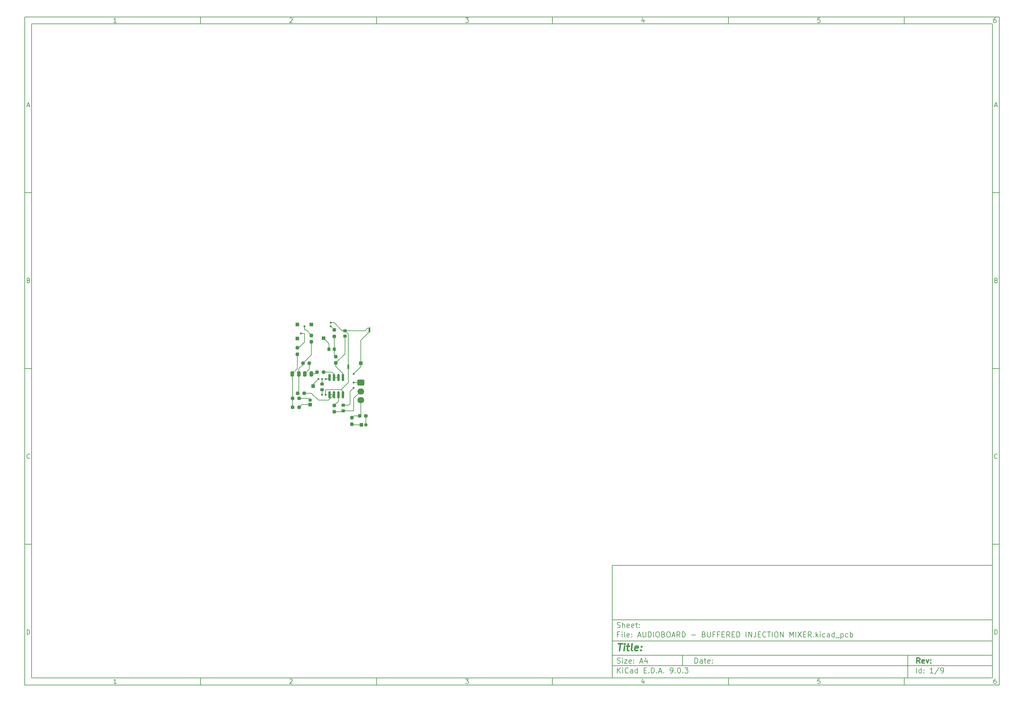
<source format=gbr>
%TF.GenerationSoftware,KiCad,Pcbnew,9.0.3*%
%TF.CreationDate,2025-09-10T01:15:20-07:00*%
%TF.ProjectId,AUDIOBOARD - BUFFERED INJECTION MIXER,41554449-4f42-44f4-9152-44202d204255,rev?*%
%TF.SameCoordinates,Original*%
%TF.FileFunction,Copper,L1,Top*%
%TF.FilePolarity,Positive*%
%FSLAX46Y46*%
G04 Gerber Fmt 4.6, Leading zero omitted, Abs format (unit mm)*
G04 Created by KiCad (PCBNEW 9.0.3) date 2025-09-10 01:15:20*
%MOMM*%
%LPD*%
G01*
G04 APERTURE LIST*
G04 Aperture macros list*
%AMRoundRect*
0 Rectangle with rounded corners*
0 $1 Rounding radius*
0 $2 $3 $4 $5 $6 $7 $8 $9 X,Y pos of 4 corners*
0 Add a 4 corners polygon primitive as box body*
4,1,4,$2,$3,$4,$5,$6,$7,$8,$9,$2,$3,0*
0 Add four circle primitives for the rounded corners*
1,1,$1+$1,$2,$3*
1,1,$1+$1,$4,$5*
1,1,$1+$1,$6,$7*
1,1,$1+$1,$8,$9*
0 Add four rect primitives between the rounded corners*
20,1,$1+$1,$2,$3,$4,$5,0*
20,1,$1+$1,$4,$5,$6,$7,0*
20,1,$1+$1,$6,$7,$8,$9,0*
20,1,$1+$1,$8,$9,$2,$3,0*%
G04 Aperture macros list end*
%ADD10C,0.100000*%
%ADD11C,0.150000*%
%ADD12C,0.300000*%
%ADD13C,0.400000*%
%TA.AperFunction,EtchedComponent*%
%ADD14C,0.000000*%
%TD*%
%TA.AperFunction,ComponentPad*%
%ADD15R,1.000000X1.000000*%
%TD*%
%TA.AperFunction,SMDPad,CuDef*%
%ADD16RoundRect,0.225000X-0.250000X0.225000X-0.250000X-0.225000X0.250000X-0.225000X0.250000X0.225000X0*%
%TD*%
%TA.AperFunction,SMDPad,CuDef*%
%ADD17RoundRect,0.237500X-0.237500X0.250000X-0.237500X-0.250000X0.237500X-0.250000X0.237500X0.250000X0*%
%TD*%
%TA.AperFunction,SMDPad,CuDef*%
%ADD18RoundRect,0.225000X-0.225000X-0.250000X0.225000X-0.250000X0.225000X0.250000X-0.225000X0.250000X0*%
%TD*%
%TA.AperFunction,ComponentPad*%
%ADD19RoundRect,0.250000X-0.725000X0.600000X-0.725000X-0.600000X0.725000X-0.600000X0.725000X0.600000X0*%
%TD*%
%TA.AperFunction,ComponentPad*%
%ADD20O,1.950000X1.700000*%
%TD*%
%TA.AperFunction,SMDPad,CuDef*%
%ADD21C,0.500000*%
%TD*%
%TA.AperFunction,SMDPad,CuDef*%
%ADD22RoundRect,0.237500X0.237500X-0.250000X0.237500X0.250000X-0.237500X0.250000X-0.237500X-0.250000X0*%
%TD*%
%TA.AperFunction,SMDPad,CuDef*%
%ADD23RoundRect,0.237500X-0.250000X-0.237500X0.250000X-0.237500X0.250000X0.237500X-0.250000X0.237500X0*%
%TD*%
%TA.AperFunction,SMDPad,CuDef*%
%ADD24RoundRect,0.150000X0.150000X-0.825000X0.150000X0.825000X-0.150000X0.825000X-0.150000X-0.825000X0*%
%TD*%
%TA.AperFunction,ComponentPad*%
%ADD25C,1.000000*%
%TD*%
%TA.AperFunction,SMDPad,CuDef*%
%ADD26RoundRect,0.250000X0.250000X0.475000X-0.250000X0.475000X-0.250000X-0.475000X0.250000X-0.475000X0*%
%TD*%
%TA.AperFunction,SMDPad,CuDef*%
%ADD27RoundRect,0.237500X0.250000X0.237500X-0.250000X0.237500X-0.250000X-0.237500X0.250000X-0.237500X0*%
%TD*%
%TA.AperFunction,SMDPad,CuDef*%
%ADD28RoundRect,0.225000X0.250000X-0.225000X0.250000X0.225000X-0.250000X0.225000X-0.250000X-0.225000X0*%
%TD*%
%TA.AperFunction,ViaPad*%
%ADD29C,0.600000*%
%TD*%
%TA.AperFunction,Conductor*%
%ADD30C,0.200000*%
%TD*%
G04 APERTURE END LIST*
D10*
D11*
X177002200Y-166007200D02*
X285002200Y-166007200D01*
X285002200Y-198007200D01*
X177002200Y-198007200D01*
X177002200Y-166007200D01*
D10*
D11*
X10000000Y-10000000D02*
X287002200Y-10000000D01*
X287002200Y-200007200D01*
X10000000Y-200007200D01*
X10000000Y-10000000D01*
D10*
D11*
X12000000Y-12000000D02*
X285002200Y-12000000D01*
X285002200Y-198007200D01*
X12000000Y-198007200D01*
X12000000Y-12000000D01*
D10*
D11*
X60000000Y-12000000D02*
X60000000Y-10000000D01*
D10*
D11*
X110000000Y-12000000D02*
X110000000Y-10000000D01*
D10*
D11*
X160000000Y-12000000D02*
X160000000Y-10000000D01*
D10*
D11*
X210000000Y-12000000D02*
X210000000Y-10000000D01*
D10*
D11*
X260000000Y-12000000D02*
X260000000Y-10000000D01*
D10*
D11*
X36089160Y-11593604D02*
X35346303Y-11593604D01*
X35717731Y-11593604D02*
X35717731Y-10293604D01*
X35717731Y-10293604D02*
X35593922Y-10479319D01*
X35593922Y-10479319D02*
X35470112Y-10603128D01*
X35470112Y-10603128D02*
X35346303Y-10665033D01*
D10*
D11*
X85346303Y-10417414D02*
X85408207Y-10355509D01*
X85408207Y-10355509D02*
X85532017Y-10293604D01*
X85532017Y-10293604D02*
X85841541Y-10293604D01*
X85841541Y-10293604D02*
X85965350Y-10355509D01*
X85965350Y-10355509D02*
X86027255Y-10417414D01*
X86027255Y-10417414D02*
X86089160Y-10541223D01*
X86089160Y-10541223D02*
X86089160Y-10665033D01*
X86089160Y-10665033D02*
X86027255Y-10850747D01*
X86027255Y-10850747D02*
X85284398Y-11593604D01*
X85284398Y-11593604D02*
X86089160Y-11593604D01*
D10*
D11*
X135284398Y-10293604D02*
X136089160Y-10293604D01*
X136089160Y-10293604D02*
X135655826Y-10788842D01*
X135655826Y-10788842D02*
X135841541Y-10788842D01*
X135841541Y-10788842D02*
X135965350Y-10850747D01*
X135965350Y-10850747D02*
X136027255Y-10912652D01*
X136027255Y-10912652D02*
X136089160Y-11036461D01*
X136089160Y-11036461D02*
X136089160Y-11345985D01*
X136089160Y-11345985D02*
X136027255Y-11469795D01*
X136027255Y-11469795D02*
X135965350Y-11531700D01*
X135965350Y-11531700D02*
X135841541Y-11593604D01*
X135841541Y-11593604D02*
X135470112Y-11593604D01*
X135470112Y-11593604D02*
X135346303Y-11531700D01*
X135346303Y-11531700D02*
X135284398Y-11469795D01*
D10*
D11*
X185965350Y-10726938D02*
X185965350Y-11593604D01*
X185655826Y-10231700D02*
X185346303Y-11160271D01*
X185346303Y-11160271D02*
X186151064Y-11160271D01*
D10*
D11*
X236027255Y-10293604D02*
X235408207Y-10293604D01*
X235408207Y-10293604D02*
X235346303Y-10912652D01*
X235346303Y-10912652D02*
X235408207Y-10850747D01*
X235408207Y-10850747D02*
X235532017Y-10788842D01*
X235532017Y-10788842D02*
X235841541Y-10788842D01*
X235841541Y-10788842D02*
X235965350Y-10850747D01*
X235965350Y-10850747D02*
X236027255Y-10912652D01*
X236027255Y-10912652D02*
X236089160Y-11036461D01*
X236089160Y-11036461D02*
X236089160Y-11345985D01*
X236089160Y-11345985D02*
X236027255Y-11469795D01*
X236027255Y-11469795D02*
X235965350Y-11531700D01*
X235965350Y-11531700D02*
X235841541Y-11593604D01*
X235841541Y-11593604D02*
X235532017Y-11593604D01*
X235532017Y-11593604D02*
X235408207Y-11531700D01*
X235408207Y-11531700D02*
X235346303Y-11469795D01*
D10*
D11*
X285965350Y-10293604D02*
X285717731Y-10293604D01*
X285717731Y-10293604D02*
X285593922Y-10355509D01*
X285593922Y-10355509D02*
X285532017Y-10417414D01*
X285532017Y-10417414D02*
X285408207Y-10603128D01*
X285408207Y-10603128D02*
X285346303Y-10850747D01*
X285346303Y-10850747D02*
X285346303Y-11345985D01*
X285346303Y-11345985D02*
X285408207Y-11469795D01*
X285408207Y-11469795D02*
X285470112Y-11531700D01*
X285470112Y-11531700D02*
X285593922Y-11593604D01*
X285593922Y-11593604D02*
X285841541Y-11593604D01*
X285841541Y-11593604D02*
X285965350Y-11531700D01*
X285965350Y-11531700D02*
X286027255Y-11469795D01*
X286027255Y-11469795D02*
X286089160Y-11345985D01*
X286089160Y-11345985D02*
X286089160Y-11036461D01*
X286089160Y-11036461D02*
X286027255Y-10912652D01*
X286027255Y-10912652D02*
X285965350Y-10850747D01*
X285965350Y-10850747D02*
X285841541Y-10788842D01*
X285841541Y-10788842D02*
X285593922Y-10788842D01*
X285593922Y-10788842D02*
X285470112Y-10850747D01*
X285470112Y-10850747D02*
X285408207Y-10912652D01*
X285408207Y-10912652D02*
X285346303Y-11036461D01*
D10*
D11*
X60000000Y-198007200D02*
X60000000Y-200007200D01*
D10*
D11*
X110000000Y-198007200D02*
X110000000Y-200007200D01*
D10*
D11*
X160000000Y-198007200D02*
X160000000Y-200007200D01*
D10*
D11*
X210000000Y-198007200D02*
X210000000Y-200007200D01*
D10*
D11*
X260000000Y-198007200D02*
X260000000Y-200007200D01*
D10*
D11*
X36089160Y-199600804D02*
X35346303Y-199600804D01*
X35717731Y-199600804D02*
X35717731Y-198300804D01*
X35717731Y-198300804D02*
X35593922Y-198486519D01*
X35593922Y-198486519D02*
X35470112Y-198610328D01*
X35470112Y-198610328D02*
X35346303Y-198672233D01*
D10*
D11*
X85346303Y-198424614D02*
X85408207Y-198362709D01*
X85408207Y-198362709D02*
X85532017Y-198300804D01*
X85532017Y-198300804D02*
X85841541Y-198300804D01*
X85841541Y-198300804D02*
X85965350Y-198362709D01*
X85965350Y-198362709D02*
X86027255Y-198424614D01*
X86027255Y-198424614D02*
X86089160Y-198548423D01*
X86089160Y-198548423D02*
X86089160Y-198672233D01*
X86089160Y-198672233D02*
X86027255Y-198857947D01*
X86027255Y-198857947D02*
X85284398Y-199600804D01*
X85284398Y-199600804D02*
X86089160Y-199600804D01*
D10*
D11*
X135284398Y-198300804D02*
X136089160Y-198300804D01*
X136089160Y-198300804D02*
X135655826Y-198796042D01*
X135655826Y-198796042D02*
X135841541Y-198796042D01*
X135841541Y-198796042D02*
X135965350Y-198857947D01*
X135965350Y-198857947D02*
X136027255Y-198919852D01*
X136027255Y-198919852D02*
X136089160Y-199043661D01*
X136089160Y-199043661D02*
X136089160Y-199353185D01*
X136089160Y-199353185D02*
X136027255Y-199476995D01*
X136027255Y-199476995D02*
X135965350Y-199538900D01*
X135965350Y-199538900D02*
X135841541Y-199600804D01*
X135841541Y-199600804D02*
X135470112Y-199600804D01*
X135470112Y-199600804D02*
X135346303Y-199538900D01*
X135346303Y-199538900D02*
X135284398Y-199476995D01*
D10*
D11*
X185965350Y-198734138D02*
X185965350Y-199600804D01*
X185655826Y-198238900D02*
X185346303Y-199167471D01*
X185346303Y-199167471D02*
X186151064Y-199167471D01*
D10*
D11*
X236027255Y-198300804D02*
X235408207Y-198300804D01*
X235408207Y-198300804D02*
X235346303Y-198919852D01*
X235346303Y-198919852D02*
X235408207Y-198857947D01*
X235408207Y-198857947D02*
X235532017Y-198796042D01*
X235532017Y-198796042D02*
X235841541Y-198796042D01*
X235841541Y-198796042D02*
X235965350Y-198857947D01*
X235965350Y-198857947D02*
X236027255Y-198919852D01*
X236027255Y-198919852D02*
X236089160Y-199043661D01*
X236089160Y-199043661D02*
X236089160Y-199353185D01*
X236089160Y-199353185D02*
X236027255Y-199476995D01*
X236027255Y-199476995D02*
X235965350Y-199538900D01*
X235965350Y-199538900D02*
X235841541Y-199600804D01*
X235841541Y-199600804D02*
X235532017Y-199600804D01*
X235532017Y-199600804D02*
X235408207Y-199538900D01*
X235408207Y-199538900D02*
X235346303Y-199476995D01*
D10*
D11*
X285965350Y-198300804D02*
X285717731Y-198300804D01*
X285717731Y-198300804D02*
X285593922Y-198362709D01*
X285593922Y-198362709D02*
X285532017Y-198424614D01*
X285532017Y-198424614D02*
X285408207Y-198610328D01*
X285408207Y-198610328D02*
X285346303Y-198857947D01*
X285346303Y-198857947D02*
X285346303Y-199353185D01*
X285346303Y-199353185D02*
X285408207Y-199476995D01*
X285408207Y-199476995D02*
X285470112Y-199538900D01*
X285470112Y-199538900D02*
X285593922Y-199600804D01*
X285593922Y-199600804D02*
X285841541Y-199600804D01*
X285841541Y-199600804D02*
X285965350Y-199538900D01*
X285965350Y-199538900D02*
X286027255Y-199476995D01*
X286027255Y-199476995D02*
X286089160Y-199353185D01*
X286089160Y-199353185D02*
X286089160Y-199043661D01*
X286089160Y-199043661D02*
X286027255Y-198919852D01*
X286027255Y-198919852D02*
X285965350Y-198857947D01*
X285965350Y-198857947D02*
X285841541Y-198796042D01*
X285841541Y-198796042D02*
X285593922Y-198796042D01*
X285593922Y-198796042D02*
X285470112Y-198857947D01*
X285470112Y-198857947D02*
X285408207Y-198919852D01*
X285408207Y-198919852D02*
X285346303Y-199043661D01*
D10*
D11*
X10000000Y-60000000D02*
X12000000Y-60000000D01*
D10*
D11*
X10000000Y-110000000D02*
X12000000Y-110000000D01*
D10*
D11*
X10000000Y-160000000D02*
X12000000Y-160000000D01*
D10*
D11*
X10690476Y-35222176D02*
X11309523Y-35222176D01*
X10566666Y-35593604D02*
X10999999Y-34293604D01*
X10999999Y-34293604D02*
X11433333Y-35593604D01*
D10*
D11*
X11092857Y-84912652D02*
X11278571Y-84974557D01*
X11278571Y-84974557D02*
X11340476Y-85036461D01*
X11340476Y-85036461D02*
X11402380Y-85160271D01*
X11402380Y-85160271D02*
X11402380Y-85345985D01*
X11402380Y-85345985D02*
X11340476Y-85469795D01*
X11340476Y-85469795D02*
X11278571Y-85531700D01*
X11278571Y-85531700D02*
X11154761Y-85593604D01*
X11154761Y-85593604D02*
X10659523Y-85593604D01*
X10659523Y-85593604D02*
X10659523Y-84293604D01*
X10659523Y-84293604D02*
X11092857Y-84293604D01*
X11092857Y-84293604D02*
X11216666Y-84355509D01*
X11216666Y-84355509D02*
X11278571Y-84417414D01*
X11278571Y-84417414D02*
X11340476Y-84541223D01*
X11340476Y-84541223D02*
X11340476Y-84665033D01*
X11340476Y-84665033D02*
X11278571Y-84788842D01*
X11278571Y-84788842D02*
X11216666Y-84850747D01*
X11216666Y-84850747D02*
X11092857Y-84912652D01*
X11092857Y-84912652D02*
X10659523Y-84912652D01*
D10*
D11*
X11402380Y-135469795D02*
X11340476Y-135531700D01*
X11340476Y-135531700D02*
X11154761Y-135593604D01*
X11154761Y-135593604D02*
X11030952Y-135593604D01*
X11030952Y-135593604D02*
X10845238Y-135531700D01*
X10845238Y-135531700D02*
X10721428Y-135407890D01*
X10721428Y-135407890D02*
X10659523Y-135284080D01*
X10659523Y-135284080D02*
X10597619Y-135036461D01*
X10597619Y-135036461D02*
X10597619Y-134850747D01*
X10597619Y-134850747D02*
X10659523Y-134603128D01*
X10659523Y-134603128D02*
X10721428Y-134479319D01*
X10721428Y-134479319D02*
X10845238Y-134355509D01*
X10845238Y-134355509D02*
X11030952Y-134293604D01*
X11030952Y-134293604D02*
X11154761Y-134293604D01*
X11154761Y-134293604D02*
X11340476Y-134355509D01*
X11340476Y-134355509D02*
X11402380Y-134417414D01*
D10*
D11*
X10659523Y-185593604D02*
X10659523Y-184293604D01*
X10659523Y-184293604D02*
X10969047Y-184293604D01*
X10969047Y-184293604D02*
X11154761Y-184355509D01*
X11154761Y-184355509D02*
X11278571Y-184479319D01*
X11278571Y-184479319D02*
X11340476Y-184603128D01*
X11340476Y-184603128D02*
X11402380Y-184850747D01*
X11402380Y-184850747D02*
X11402380Y-185036461D01*
X11402380Y-185036461D02*
X11340476Y-185284080D01*
X11340476Y-185284080D02*
X11278571Y-185407890D01*
X11278571Y-185407890D02*
X11154761Y-185531700D01*
X11154761Y-185531700D02*
X10969047Y-185593604D01*
X10969047Y-185593604D02*
X10659523Y-185593604D01*
D10*
D11*
X287002200Y-60000000D02*
X285002200Y-60000000D01*
D10*
D11*
X287002200Y-110000000D02*
X285002200Y-110000000D01*
D10*
D11*
X287002200Y-160000000D02*
X285002200Y-160000000D01*
D10*
D11*
X285692676Y-35222176D02*
X286311723Y-35222176D01*
X285568866Y-35593604D02*
X286002199Y-34293604D01*
X286002199Y-34293604D02*
X286435533Y-35593604D01*
D10*
D11*
X286095057Y-84912652D02*
X286280771Y-84974557D01*
X286280771Y-84974557D02*
X286342676Y-85036461D01*
X286342676Y-85036461D02*
X286404580Y-85160271D01*
X286404580Y-85160271D02*
X286404580Y-85345985D01*
X286404580Y-85345985D02*
X286342676Y-85469795D01*
X286342676Y-85469795D02*
X286280771Y-85531700D01*
X286280771Y-85531700D02*
X286156961Y-85593604D01*
X286156961Y-85593604D02*
X285661723Y-85593604D01*
X285661723Y-85593604D02*
X285661723Y-84293604D01*
X285661723Y-84293604D02*
X286095057Y-84293604D01*
X286095057Y-84293604D02*
X286218866Y-84355509D01*
X286218866Y-84355509D02*
X286280771Y-84417414D01*
X286280771Y-84417414D02*
X286342676Y-84541223D01*
X286342676Y-84541223D02*
X286342676Y-84665033D01*
X286342676Y-84665033D02*
X286280771Y-84788842D01*
X286280771Y-84788842D02*
X286218866Y-84850747D01*
X286218866Y-84850747D02*
X286095057Y-84912652D01*
X286095057Y-84912652D02*
X285661723Y-84912652D01*
D10*
D11*
X286404580Y-135469795D02*
X286342676Y-135531700D01*
X286342676Y-135531700D02*
X286156961Y-135593604D01*
X286156961Y-135593604D02*
X286033152Y-135593604D01*
X286033152Y-135593604D02*
X285847438Y-135531700D01*
X285847438Y-135531700D02*
X285723628Y-135407890D01*
X285723628Y-135407890D02*
X285661723Y-135284080D01*
X285661723Y-135284080D02*
X285599819Y-135036461D01*
X285599819Y-135036461D02*
X285599819Y-134850747D01*
X285599819Y-134850747D02*
X285661723Y-134603128D01*
X285661723Y-134603128D02*
X285723628Y-134479319D01*
X285723628Y-134479319D02*
X285847438Y-134355509D01*
X285847438Y-134355509D02*
X286033152Y-134293604D01*
X286033152Y-134293604D02*
X286156961Y-134293604D01*
X286156961Y-134293604D02*
X286342676Y-134355509D01*
X286342676Y-134355509D02*
X286404580Y-134417414D01*
D10*
D11*
X285661723Y-185593604D02*
X285661723Y-184293604D01*
X285661723Y-184293604D02*
X285971247Y-184293604D01*
X285971247Y-184293604D02*
X286156961Y-184355509D01*
X286156961Y-184355509D02*
X286280771Y-184479319D01*
X286280771Y-184479319D02*
X286342676Y-184603128D01*
X286342676Y-184603128D02*
X286404580Y-184850747D01*
X286404580Y-184850747D02*
X286404580Y-185036461D01*
X286404580Y-185036461D02*
X286342676Y-185284080D01*
X286342676Y-185284080D02*
X286280771Y-185407890D01*
X286280771Y-185407890D02*
X286156961Y-185531700D01*
X286156961Y-185531700D02*
X285971247Y-185593604D01*
X285971247Y-185593604D02*
X285661723Y-185593604D01*
D10*
D11*
X200458026Y-193793328D02*
X200458026Y-192293328D01*
X200458026Y-192293328D02*
X200815169Y-192293328D01*
X200815169Y-192293328D02*
X201029455Y-192364757D01*
X201029455Y-192364757D02*
X201172312Y-192507614D01*
X201172312Y-192507614D02*
X201243741Y-192650471D01*
X201243741Y-192650471D02*
X201315169Y-192936185D01*
X201315169Y-192936185D02*
X201315169Y-193150471D01*
X201315169Y-193150471D02*
X201243741Y-193436185D01*
X201243741Y-193436185D02*
X201172312Y-193579042D01*
X201172312Y-193579042D02*
X201029455Y-193721900D01*
X201029455Y-193721900D02*
X200815169Y-193793328D01*
X200815169Y-193793328D02*
X200458026Y-193793328D01*
X202600884Y-193793328D02*
X202600884Y-193007614D01*
X202600884Y-193007614D02*
X202529455Y-192864757D01*
X202529455Y-192864757D02*
X202386598Y-192793328D01*
X202386598Y-192793328D02*
X202100884Y-192793328D01*
X202100884Y-192793328D02*
X201958026Y-192864757D01*
X202600884Y-193721900D02*
X202458026Y-193793328D01*
X202458026Y-193793328D02*
X202100884Y-193793328D01*
X202100884Y-193793328D02*
X201958026Y-193721900D01*
X201958026Y-193721900D02*
X201886598Y-193579042D01*
X201886598Y-193579042D02*
X201886598Y-193436185D01*
X201886598Y-193436185D02*
X201958026Y-193293328D01*
X201958026Y-193293328D02*
X202100884Y-193221900D01*
X202100884Y-193221900D02*
X202458026Y-193221900D01*
X202458026Y-193221900D02*
X202600884Y-193150471D01*
X203100884Y-192793328D02*
X203672312Y-192793328D01*
X203315169Y-192293328D02*
X203315169Y-193579042D01*
X203315169Y-193579042D02*
X203386598Y-193721900D01*
X203386598Y-193721900D02*
X203529455Y-193793328D01*
X203529455Y-193793328D02*
X203672312Y-193793328D01*
X204743741Y-193721900D02*
X204600884Y-193793328D01*
X204600884Y-193793328D02*
X204315170Y-193793328D01*
X204315170Y-193793328D02*
X204172312Y-193721900D01*
X204172312Y-193721900D02*
X204100884Y-193579042D01*
X204100884Y-193579042D02*
X204100884Y-193007614D01*
X204100884Y-193007614D02*
X204172312Y-192864757D01*
X204172312Y-192864757D02*
X204315170Y-192793328D01*
X204315170Y-192793328D02*
X204600884Y-192793328D01*
X204600884Y-192793328D02*
X204743741Y-192864757D01*
X204743741Y-192864757D02*
X204815170Y-193007614D01*
X204815170Y-193007614D02*
X204815170Y-193150471D01*
X204815170Y-193150471D02*
X204100884Y-193293328D01*
X205458026Y-193650471D02*
X205529455Y-193721900D01*
X205529455Y-193721900D02*
X205458026Y-193793328D01*
X205458026Y-193793328D02*
X205386598Y-193721900D01*
X205386598Y-193721900D02*
X205458026Y-193650471D01*
X205458026Y-193650471D02*
X205458026Y-193793328D01*
X205458026Y-192864757D02*
X205529455Y-192936185D01*
X205529455Y-192936185D02*
X205458026Y-193007614D01*
X205458026Y-193007614D02*
X205386598Y-192936185D01*
X205386598Y-192936185D02*
X205458026Y-192864757D01*
X205458026Y-192864757D02*
X205458026Y-193007614D01*
D10*
D11*
X177002200Y-194507200D02*
X285002200Y-194507200D01*
D10*
D11*
X178458026Y-196593328D02*
X178458026Y-195093328D01*
X179315169Y-196593328D02*
X178672312Y-195736185D01*
X179315169Y-195093328D02*
X178458026Y-195950471D01*
X179958026Y-196593328D02*
X179958026Y-195593328D01*
X179958026Y-195093328D02*
X179886598Y-195164757D01*
X179886598Y-195164757D02*
X179958026Y-195236185D01*
X179958026Y-195236185D02*
X180029455Y-195164757D01*
X180029455Y-195164757D02*
X179958026Y-195093328D01*
X179958026Y-195093328D02*
X179958026Y-195236185D01*
X181529455Y-196450471D02*
X181458027Y-196521900D01*
X181458027Y-196521900D02*
X181243741Y-196593328D01*
X181243741Y-196593328D02*
X181100884Y-196593328D01*
X181100884Y-196593328D02*
X180886598Y-196521900D01*
X180886598Y-196521900D02*
X180743741Y-196379042D01*
X180743741Y-196379042D02*
X180672312Y-196236185D01*
X180672312Y-196236185D02*
X180600884Y-195950471D01*
X180600884Y-195950471D02*
X180600884Y-195736185D01*
X180600884Y-195736185D02*
X180672312Y-195450471D01*
X180672312Y-195450471D02*
X180743741Y-195307614D01*
X180743741Y-195307614D02*
X180886598Y-195164757D01*
X180886598Y-195164757D02*
X181100884Y-195093328D01*
X181100884Y-195093328D02*
X181243741Y-195093328D01*
X181243741Y-195093328D02*
X181458027Y-195164757D01*
X181458027Y-195164757D02*
X181529455Y-195236185D01*
X182815170Y-196593328D02*
X182815170Y-195807614D01*
X182815170Y-195807614D02*
X182743741Y-195664757D01*
X182743741Y-195664757D02*
X182600884Y-195593328D01*
X182600884Y-195593328D02*
X182315170Y-195593328D01*
X182315170Y-195593328D02*
X182172312Y-195664757D01*
X182815170Y-196521900D02*
X182672312Y-196593328D01*
X182672312Y-196593328D02*
X182315170Y-196593328D01*
X182315170Y-196593328D02*
X182172312Y-196521900D01*
X182172312Y-196521900D02*
X182100884Y-196379042D01*
X182100884Y-196379042D02*
X182100884Y-196236185D01*
X182100884Y-196236185D02*
X182172312Y-196093328D01*
X182172312Y-196093328D02*
X182315170Y-196021900D01*
X182315170Y-196021900D02*
X182672312Y-196021900D01*
X182672312Y-196021900D02*
X182815170Y-195950471D01*
X184172313Y-196593328D02*
X184172313Y-195093328D01*
X184172313Y-196521900D02*
X184029455Y-196593328D01*
X184029455Y-196593328D02*
X183743741Y-196593328D01*
X183743741Y-196593328D02*
X183600884Y-196521900D01*
X183600884Y-196521900D02*
X183529455Y-196450471D01*
X183529455Y-196450471D02*
X183458027Y-196307614D01*
X183458027Y-196307614D02*
X183458027Y-195879042D01*
X183458027Y-195879042D02*
X183529455Y-195736185D01*
X183529455Y-195736185D02*
X183600884Y-195664757D01*
X183600884Y-195664757D02*
X183743741Y-195593328D01*
X183743741Y-195593328D02*
X184029455Y-195593328D01*
X184029455Y-195593328D02*
X184172313Y-195664757D01*
X186029455Y-195807614D02*
X186529455Y-195807614D01*
X186743741Y-196593328D02*
X186029455Y-196593328D01*
X186029455Y-196593328D02*
X186029455Y-195093328D01*
X186029455Y-195093328D02*
X186743741Y-195093328D01*
X187386598Y-196450471D02*
X187458027Y-196521900D01*
X187458027Y-196521900D02*
X187386598Y-196593328D01*
X187386598Y-196593328D02*
X187315170Y-196521900D01*
X187315170Y-196521900D02*
X187386598Y-196450471D01*
X187386598Y-196450471D02*
X187386598Y-196593328D01*
X188100884Y-196593328D02*
X188100884Y-195093328D01*
X188100884Y-195093328D02*
X188458027Y-195093328D01*
X188458027Y-195093328D02*
X188672313Y-195164757D01*
X188672313Y-195164757D02*
X188815170Y-195307614D01*
X188815170Y-195307614D02*
X188886599Y-195450471D01*
X188886599Y-195450471D02*
X188958027Y-195736185D01*
X188958027Y-195736185D02*
X188958027Y-195950471D01*
X188958027Y-195950471D02*
X188886599Y-196236185D01*
X188886599Y-196236185D02*
X188815170Y-196379042D01*
X188815170Y-196379042D02*
X188672313Y-196521900D01*
X188672313Y-196521900D02*
X188458027Y-196593328D01*
X188458027Y-196593328D02*
X188100884Y-196593328D01*
X189600884Y-196450471D02*
X189672313Y-196521900D01*
X189672313Y-196521900D02*
X189600884Y-196593328D01*
X189600884Y-196593328D02*
X189529456Y-196521900D01*
X189529456Y-196521900D02*
X189600884Y-196450471D01*
X189600884Y-196450471D02*
X189600884Y-196593328D01*
X190243742Y-196164757D02*
X190958028Y-196164757D01*
X190100885Y-196593328D02*
X190600885Y-195093328D01*
X190600885Y-195093328D02*
X191100885Y-196593328D01*
X191600884Y-196450471D02*
X191672313Y-196521900D01*
X191672313Y-196521900D02*
X191600884Y-196593328D01*
X191600884Y-196593328D02*
X191529456Y-196521900D01*
X191529456Y-196521900D02*
X191600884Y-196450471D01*
X191600884Y-196450471D02*
X191600884Y-196593328D01*
X193529456Y-196593328D02*
X193815170Y-196593328D01*
X193815170Y-196593328D02*
X193958027Y-196521900D01*
X193958027Y-196521900D02*
X194029456Y-196450471D01*
X194029456Y-196450471D02*
X194172313Y-196236185D01*
X194172313Y-196236185D02*
X194243742Y-195950471D01*
X194243742Y-195950471D02*
X194243742Y-195379042D01*
X194243742Y-195379042D02*
X194172313Y-195236185D01*
X194172313Y-195236185D02*
X194100885Y-195164757D01*
X194100885Y-195164757D02*
X193958027Y-195093328D01*
X193958027Y-195093328D02*
X193672313Y-195093328D01*
X193672313Y-195093328D02*
X193529456Y-195164757D01*
X193529456Y-195164757D02*
X193458027Y-195236185D01*
X193458027Y-195236185D02*
X193386599Y-195379042D01*
X193386599Y-195379042D02*
X193386599Y-195736185D01*
X193386599Y-195736185D02*
X193458027Y-195879042D01*
X193458027Y-195879042D02*
X193529456Y-195950471D01*
X193529456Y-195950471D02*
X193672313Y-196021900D01*
X193672313Y-196021900D02*
X193958027Y-196021900D01*
X193958027Y-196021900D02*
X194100885Y-195950471D01*
X194100885Y-195950471D02*
X194172313Y-195879042D01*
X194172313Y-195879042D02*
X194243742Y-195736185D01*
X194886598Y-196450471D02*
X194958027Y-196521900D01*
X194958027Y-196521900D02*
X194886598Y-196593328D01*
X194886598Y-196593328D02*
X194815170Y-196521900D01*
X194815170Y-196521900D02*
X194886598Y-196450471D01*
X194886598Y-196450471D02*
X194886598Y-196593328D01*
X195886599Y-195093328D02*
X196029456Y-195093328D01*
X196029456Y-195093328D02*
X196172313Y-195164757D01*
X196172313Y-195164757D02*
X196243742Y-195236185D01*
X196243742Y-195236185D02*
X196315170Y-195379042D01*
X196315170Y-195379042D02*
X196386599Y-195664757D01*
X196386599Y-195664757D02*
X196386599Y-196021900D01*
X196386599Y-196021900D02*
X196315170Y-196307614D01*
X196315170Y-196307614D02*
X196243742Y-196450471D01*
X196243742Y-196450471D02*
X196172313Y-196521900D01*
X196172313Y-196521900D02*
X196029456Y-196593328D01*
X196029456Y-196593328D02*
X195886599Y-196593328D01*
X195886599Y-196593328D02*
X195743742Y-196521900D01*
X195743742Y-196521900D02*
X195672313Y-196450471D01*
X195672313Y-196450471D02*
X195600884Y-196307614D01*
X195600884Y-196307614D02*
X195529456Y-196021900D01*
X195529456Y-196021900D02*
X195529456Y-195664757D01*
X195529456Y-195664757D02*
X195600884Y-195379042D01*
X195600884Y-195379042D02*
X195672313Y-195236185D01*
X195672313Y-195236185D02*
X195743742Y-195164757D01*
X195743742Y-195164757D02*
X195886599Y-195093328D01*
X197029455Y-196450471D02*
X197100884Y-196521900D01*
X197100884Y-196521900D02*
X197029455Y-196593328D01*
X197029455Y-196593328D02*
X196958027Y-196521900D01*
X196958027Y-196521900D02*
X197029455Y-196450471D01*
X197029455Y-196450471D02*
X197029455Y-196593328D01*
X197600884Y-195093328D02*
X198529456Y-195093328D01*
X198529456Y-195093328D02*
X198029456Y-195664757D01*
X198029456Y-195664757D02*
X198243741Y-195664757D01*
X198243741Y-195664757D02*
X198386599Y-195736185D01*
X198386599Y-195736185D02*
X198458027Y-195807614D01*
X198458027Y-195807614D02*
X198529456Y-195950471D01*
X198529456Y-195950471D02*
X198529456Y-196307614D01*
X198529456Y-196307614D02*
X198458027Y-196450471D01*
X198458027Y-196450471D02*
X198386599Y-196521900D01*
X198386599Y-196521900D02*
X198243741Y-196593328D01*
X198243741Y-196593328D02*
X197815170Y-196593328D01*
X197815170Y-196593328D02*
X197672313Y-196521900D01*
X197672313Y-196521900D02*
X197600884Y-196450471D01*
D10*
D11*
X177002200Y-191507200D02*
X285002200Y-191507200D01*
D10*
D12*
X264413853Y-193785528D02*
X263913853Y-193071242D01*
X263556710Y-193785528D02*
X263556710Y-192285528D01*
X263556710Y-192285528D02*
X264128139Y-192285528D01*
X264128139Y-192285528D02*
X264270996Y-192356957D01*
X264270996Y-192356957D02*
X264342425Y-192428385D01*
X264342425Y-192428385D02*
X264413853Y-192571242D01*
X264413853Y-192571242D02*
X264413853Y-192785528D01*
X264413853Y-192785528D02*
X264342425Y-192928385D01*
X264342425Y-192928385D02*
X264270996Y-192999814D01*
X264270996Y-192999814D02*
X264128139Y-193071242D01*
X264128139Y-193071242D02*
X263556710Y-193071242D01*
X265628139Y-193714100D02*
X265485282Y-193785528D01*
X265485282Y-193785528D02*
X265199568Y-193785528D01*
X265199568Y-193785528D02*
X265056710Y-193714100D01*
X265056710Y-193714100D02*
X264985282Y-193571242D01*
X264985282Y-193571242D02*
X264985282Y-192999814D01*
X264985282Y-192999814D02*
X265056710Y-192856957D01*
X265056710Y-192856957D02*
X265199568Y-192785528D01*
X265199568Y-192785528D02*
X265485282Y-192785528D01*
X265485282Y-192785528D02*
X265628139Y-192856957D01*
X265628139Y-192856957D02*
X265699568Y-192999814D01*
X265699568Y-192999814D02*
X265699568Y-193142671D01*
X265699568Y-193142671D02*
X264985282Y-193285528D01*
X266199567Y-192785528D02*
X266556710Y-193785528D01*
X266556710Y-193785528D02*
X266913853Y-192785528D01*
X267485281Y-193642671D02*
X267556710Y-193714100D01*
X267556710Y-193714100D02*
X267485281Y-193785528D01*
X267485281Y-193785528D02*
X267413853Y-193714100D01*
X267413853Y-193714100D02*
X267485281Y-193642671D01*
X267485281Y-193642671D02*
X267485281Y-193785528D01*
X267485281Y-192856957D02*
X267556710Y-192928385D01*
X267556710Y-192928385D02*
X267485281Y-192999814D01*
X267485281Y-192999814D02*
X267413853Y-192928385D01*
X267413853Y-192928385D02*
X267485281Y-192856957D01*
X267485281Y-192856957D02*
X267485281Y-192999814D01*
D10*
D11*
X178386598Y-193721900D02*
X178600884Y-193793328D01*
X178600884Y-193793328D02*
X178958026Y-193793328D01*
X178958026Y-193793328D02*
X179100884Y-193721900D01*
X179100884Y-193721900D02*
X179172312Y-193650471D01*
X179172312Y-193650471D02*
X179243741Y-193507614D01*
X179243741Y-193507614D02*
X179243741Y-193364757D01*
X179243741Y-193364757D02*
X179172312Y-193221900D01*
X179172312Y-193221900D02*
X179100884Y-193150471D01*
X179100884Y-193150471D02*
X178958026Y-193079042D01*
X178958026Y-193079042D02*
X178672312Y-193007614D01*
X178672312Y-193007614D02*
X178529455Y-192936185D01*
X178529455Y-192936185D02*
X178458026Y-192864757D01*
X178458026Y-192864757D02*
X178386598Y-192721900D01*
X178386598Y-192721900D02*
X178386598Y-192579042D01*
X178386598Y-192579042D02*
X178458026Y-192436185D01*
X178458026Y-192436185D02*
X178529455Y-192364757D01*
X178529455Y-192364757D02*
X178672312Y-192293328D01*
X178672312Y-192293328D02*
X179029455Y-192293328D01*
X179029455Y-192293328D02*
X179243741Y-192364757D01*
X179886597Y-193793328D02*
X179886597Y-192793328D01*
X179886597Y-192293328D02*
X179815169Y-192364757D01*
X179815169Y-192364757D02*
X179886597Y-192436185D01*
X179886597Y-192436185D02*
X179958026Y-192364757D01*
X179958026Y-192364757D02*
X179886597Y-192293328D01*
X179886597Y-192293328D02*
X179886597Y-192436185D01*
X180458026Y-192793328D02*
X181243741Y-192793328D01*
X181243741Y-192793328D02*
X180458026Y-193793328D01*
X180458026Y-193793328D02*
X181243741Y-193793328D01*
X182386598Y-193721900D02*
X182243741Y-193793328D01*
X182243741Y-193793328D02*
X181958027Y-193793328D01*
X181958027Y-193793328D02*
X181815169Y-193721900D01*
X181815169Y-193721900D02*
X181743741Y-193579042D01*
X181743741Y-193579042D02*
X181743741Y-193007614D01*
X181743741Y-193007614D02*
X181815169Y-192864757D01*
X181815169Y-192864757D02*
X181958027Y-192793328D01*
X181958027Y-192793328D02*
X182243741Y-192793328D01*
X182243741Y-192793328D02*
X182386598Y-192864757D01*
X182386598Y-192864757D02*
X182458027Y-193007614D01*
X182458027Y-193007614D02*
X182458027Y-193150471D01*
X182458027Y-193150471D02*
X181743741Y-193293328D01*
X183100883Y-193650471D02*
X183172312Y-193721900D01*
X183172312Y-193721900D02*
X183100883Y-193793328D01*
X183100883Y-193793328D02*
X183029455Y-193721900D01*
X183029455Y-193721900D02*
X183100883Y-193650471D01*
X183100883Y-193650471D02*
X183100883Y-193793328D01*
X183100883Y-192864757D02*
X183172312Y-192936185D01*
X183172312Y-192936185D02*
X183100883Y-193007614D01*
X183100883Y-193007614D02*
X183029455Y-192936185D01*
X183029455Y-192936185D02*
X183100883Y-192864757D01*
X183100883Y-192864757D02*
X183100883Y-193007614D01*
X184886598Y-193364757D02*
X185600884Y-193364757D01*
X184743741Y-193793328D02*
X185243741Y-192293328D01*
X185243741Y-192293328D02*
X185743741Y-193793328D01*
X186886598Y-192793328D02*
X186886598Y-193793328D01*
X186529455Y-192221900D02*
X186172312Y-193293328D01*
X186172312Y-193293328D02*
X187100883Y-193293328D01*
D10*
D11*
X263458026Y-196593328D02*
X263458026Y-195093328D01*
X264815170Y-196593328D02*
X264815170Y-195093328D01*
X264815170Y-196521900D02*
X264672312Y-196593328D01*
X264672312Y-196593328D02*
X264386598Y-196593328D01*
X264386598Y-196593328D02*
X264243741Y-196521900D01*
X264243741Y-196521900D02*
X264172312Y-196450471D01*
X264172312Y-196450471D02*
X264100884Y-196307614D01*
X264100884Y-196307614D02*
X264100884Y-195879042D01*
X264100884Y-195879042D02*
X264172312Y-195736185D01*
X264172312Y-195736185D02*
X264243741Y-195664757D01*
X264243741Y-195664757D02*
X264386598Y-195593328D01*
X264386598Y-195593328D02*
X264672312Y-195593328D01*
X264672312Y-195593328D02*
X264815170Y-195664757D01*
X265529455Y-196450471D02*
X265600884Y-196521900D01*
X265600884Y-196521900D02*
X265529455Y-196593328D01*
X265529455Y-196593328D02*
X265458027Y-196521900D01*
X265458027Y-196521900D02*
X265529455Y-196450471D01*
X265529455Y-196450471D02*
X265529455Y-196593328D01*
X265529455Y-195664757D02*
X265600884Y-195736185D01*
X265600884Y-195736185D02*
X265529455Y-195807614D01*
X265529455Y-195807614D02*
X265458027Y-195736185D01*
X265458027Y-195736185D02*
X265529455Y-195664757D01*
X265529455Y-195664757D02*
X265529455Y-195807614D01*
X268172313Y-196593328D02*
X267315170Y-196593328D01*
X267743741Y-196593328D02*
X267743741Y-195093328D01*
X267743741Y-195093328D02*
X267600884Y-195307614D01*
X267600884Y-195307614D02*
X267458027Y-195450471D01*
X267458027Y-195450471D02*
X267315170Y-195521900D01*
X269886598Y-195021900D02*
X268600884Y-196950471D01*
X270458027Y-196593328D02*
X270743741Y-196593328D01*
X270743741Y-196593328D02*
X270886598Y-196521900D01*
X270886598Y-196521900D02*
X270958027Y-196450471D01*
X270958027Y-196450471D02*
X271100884Y-196236185D01*
X271100884Y-196236185D02*
X271172313Y-195950471D01*
X271172313Y-195950471D02*
X271172313Y-195379042D01*
X271172313Y-195379042D02*
X271100884Y-195236185D01*
X271100884Y-195236185D02*
X271029456Y-195164757D01*
X271029456Y-195164757D02*
X270886598Y-195093328D01*
X270886598Y-195093328D02*
X270600884Y-195093328D01*
X270600884Y-195093328D02*
X270458027Y-195164757D01*
X270458027Y-195164757D02*
X270386598Y-195236185D01*
X270386598Y-195236185D02*
X270315170Y-195379042D01*
X270315170Y-195379042D02*
X270315170Y-195736185D01*
X270315170Y-195736185D02*
X270386598Y-195879042D01*
X270386598Y-195879042D02*
X270458027Y-195950471D01*
X270458027Y-195950471D02*
X270600884Y-196021900D01*
X270600884Y-196021900D02*
X270886598Y-196021900D01*
X270886598Y-196021900D02*
X271029456Y-195950471D01*
X271029456Y-195950471D02*
X271100884Y-195879042D01*
X271100884Y-195879042D02*
X271172313Y-195736185D01*
D10*
D11*
X177002200Y-187507200D02*
X285002200Y-187507200D01*
D10*
D13*
X178693928Y-188211638D02*
X179836785Y-188211638D01*
X179015357Y-190211638D02*
X179265357Y-188211638D01*
X180253452Y-190211638D02*
X180420119Y-188878304D01*
X180503452Y-188211638D02*
X180396309Y-188306876D01*
X180396309Y-188306876D02*
X180479643Y-188402114D01*
X180479643Y-188402114D02*
X180586786Y-188306876D01*
X180586786Y-188306876D02*
X180503452Y-188211638D01*
X180503452Y-188211638D02*
X180479643Y-188402114D01*
X181086786Y-188878304D02*
X181848690Y-188878304D01*
X181455833Y-188211638D02*
X181241548Y-189925923D01*
X181241548Y-189925923D02*
X181312976Y-190116400D01*
X181312976Y-190116400D02*
X181491548Y-190211638D01*
X181491548Y-190211638D02*
X181682024Y-190211638D01*
X182634405Y-190211638D02*
X182455833Y-190116400D01*
X182455833Y-190116400D02*
X182384405Y-189925923D01*
X182384405Y-189925923D02*
X182598690Y-188211638D01*
X184170119Y-190116400D02*
X183967738Y-190211638D01*
X183967738Y-190211638D02*
X183586785Y-190211638D01*
X183586785Y-190211638D02*
X183408214Y-190116400D01*
X183408214Y-190116400D02*
X183336785Y-189925923D01*
X183336785Y-189925923D02*
X183432024Y-189164019D01*
X183432024Y-189164019D02*
X183551071Y-188973542D01*
X183551071Y-188973542D02*
X183753452Y-188878304D01*
X183753452Y-188878304D02*
X184134404Y-188878304D01*
X184134404Y-188878304D02*
X184312976Y-188973542D01*
X184312976Y-188973542D02*
X184384404Y-189164019D01*
X184384404Y-189164019D02*
X184360595Y-189354495D01*
X184360595Y-189354495D02*
X183384404Y-189544971D01*
X185134405Y-190021161D02*
X185217738Y-190116400D01*
X185217738Y-190116400D02*
X185110595Y-190211638D01*
X185110595Y-190211638D02*
X185027262Y-190116400D01*
X185027262Y-190116400D02*
X185134405Y-190021161D01*
X185134405Y-190021161D02*
X185110595Y-190211638D01*
X185265357Y-188973542D02*
X185348690Y-189068780D01*
X185348690Y-189068780D02*
X185241548Y-189164019D01*
X185241548Y-189164019D02*
X185158214Y-189068780D01*
X185158214Y-189068780D02*
X185265357Y-188973542D01*
X185265357Y-188973542D02*
X185241548Y-189164019D01*
D10*
D11*
X178958026Y-185607614D02*
X178458026Y-185607614D01*
X178458026Y-186393328D02*
X178458026Y-184893328D01*
X178458026Y-184893328D02*
X179172312Y-184893328D01*
X179743740Y-186393328D02*
X179743740Y-185393328D01*
X179743740Y-184893328D02*
X179672312Y-184964757D01*
X179672312Y-184964757D02*
X179743740Y-185036185D01*
X179743740Y-185036185D02*
X179815169Y-184964757D01*
X179815169Y-184964757D02*
X179743740Y-184893328D01*
X179743740Y-184893328D02*
X179743740Y-185036185D01*
X180672312Y-186393328D02*
X180529455Y-186321900D01*
X180529455Y-186321900D02*
X180458026Y-186179042D01*
X180458026Y-186179042D02*
X180458026Y-184893328D01*
X181815169Y-186321900D02*
X181672312Y-186393328D01*
X181672312Y-186393328D02*
X181386598Y-186393328D01*
X181386598Y-186393328D02*
X181243740Y-186321900D01*
X181243740Y-186321900D02*
X181172312Y-186179042D01*
X181172312Y-186179042D02*
X181172312Y-185607614D01*
X181172312Y-185607614D02*
X181243740Y-185464757D01*
X181243740Y-185464757D02*
X181386598Y-185393328D01*
X181386598Y-185393328D02*
X181672312Y-185393328D01*
X181672312Y-185393328D02*
X181815169Y-185464757D01*
X181815169Y-185464757D02*
X181886598Y-185607614D01*
X181886598Y-185607614D02*
X181886598Y-185750471D01*
X181886598Y-185750471D02*
X181172312Y-185893328D01*
X182529454Y-186250471D02*
X182600883Y-186321900D01*
X182600883Y-186321900D02*
X182529454Y-186393328D01*
X182529454Y-186393328D02*
X182458026Y-186321900D01*
X182458026Y-186321900D02*
X182529454Y-186250471D01*
X182529454Y-186250471D02*
X182529454Y-186393328D01*
X182529454Y-185464757D02*
X182600883Y-185536185D01*
X182600883Y-185536185D02*
X182529454Y-185607614D01*
X182529454Y-185607614D02*
X182458026Y-185536185D01*
X182458026Y-185536185D02*
X182529454Y-185464757D01*
X182529454Y-185464757D02*
X182529454Y-185607614D01*
X184315169Y-185964757D02*
X185029455Y-185964757D01*
X184172312Y-186393328D02*
X184672312Y-184893328D01*
X184672312Y-184893328D02*
X185172312Y-186393328D01*
X185672311Y-184893328D02*
X185672311Y-186107614D01*
X185672311Y-186107614D02*
X185743740Y-186250471D01*
X185743740Y-186250471D02*
X185815169Y-186321900D01*
X185815169Y-186321900D02*
X185958026Y-186393328D01*
X185958026Y-186393328D02*
X186243740Y-186393328D01*
X186243740Y-186393328D02*
X186386597Y-186321900D01*
X186386597Y-186321900D02*
X186458026Y-186250471D01*
X186458026Y-186250471D02*
X186529454Y-186107614D01*
X186529454Y-186107614D02*
X186529454Y-184893328D01*
X187243740Y-186393328D02*
X187243740Y-184893328D01*
X187243740Y-184893328D02*
X187600883Y-184893328D01*
X187600883Y-184893328D02*
X187815169Y-184964757D01*
X187815169Y-184964757D02*
X187958026Y-185107614D01*
X187958026Y-185107614D02*
X188029455Y-185250471D01*
X188029455Y-185250471D02*
X188100883Y-185536185D01*
X188100883Y-185536185D02*
X188100883Y-185750471D01*
X188100883Y-185750471D02*
X188029455Y-186036185D01*
X188029455Y-186036185D02*
X187958026Y-186179042D01*
X187958026Y-186179042D02*
X187815169Y-186321900D01*
X187815169Y-186321900D02*
X187600883Y-186393328D01*
X187600883Y-186393328D02*
X187243740Y-186393328D01*
X188743740Y-186393328D02*
X188743740Y-184893328D01*
X189743741Y-184893328D02*
X190029455Y-184893328D01*
X190029455Y-184893328D02*
X190172312Y-184964757D01*
X190172312Y-184964757D02*
X190315169Y-185107614D01*
X190315169Y-185107614D02*
X190386598Y-185393328D01*
X190386598Y-185393328D02*
X190386598Y-185893328D01*
X190386598Y-185893328D02*
X190315169Y-186179042D01*
X190315169Y-186179042D02*
X190172312Y-186321900D01*
X190172312Y-186321900D02*
X190029455Y-186393328D01*
X190029455Y-186393328D02*
X189743741Y-186393328D01*
X189743741Y-186393328D02*
X189600884Y-186321900D01*
X189600884Y-186321900D02*
X189458026Y-186179042D01*
X189458026Y-186179042D02*
X189386598Y-185893328D01*
X189386598Y-185893328D02*
X189386598Y-185393328D01*
X189386598Y-185393328D02*
X189458026Y-185107614D01*
X189458026Y-185107614D02*
X189600884Y-184964757D01*
X189600884Y-184964757D02*
X189743741Y-184893328D01*
X191529455Y-185607614D02*
X191743741Y-185679042D01*
X191743741Y-185679042D02*
X191815170Y-185750471D01*
X191815170Y-185750471D02*
X191886598Y-185893328D01*
X191886598Y-185893328D02*
X191886598Y-186107614D01*
X191886598Y-186107614D02*
X191815170Y-186250471D01*
X191815170Y-186250471D02*
X191743741Y-186321900D01*
X191743741Y-186321900D02*
X191600884Y-186393328D01*
X191600884Y-186393328D02*
X191029455Y-186393328D01*
X191029455Y-186393328D02*
X191029455Y-184893328D01*
X191029455Y-184893328D02*
X191529455Y-184893328D01*
X191529455Y-184893328D02*
X191672313Y-184964757D01*
X191672313Y-184964757D02*
X191743741Y-185036185D01*
X191743741Y-185036185D02*
X191815170Y-185179042D01*
X191815170Y-185179042D02*
X191815170Y-185321900D01*
X191815170Y-185321900D02*
X191743741Y-185464757D01*
X191743741Y-185464757D02*
X191672313Y-185536185D01*
X191672313Y-185536185D02*
X191529455Y-185607614D01*
X191529455Y-185607614D02*
X191029455Y-185607614D01*
X192815170Y-184893328D02*
X193100884Y-184893328D01*
X193100884Y-184893328D02*
X193243741Y-184964757D01*
X193243741Y-184964757D02*
X193386598Y-185107614D01*
X193386598Y-185107614D02*
X193458027Y-185393328D01*
X193458027Y-185393328D02*
X193458027Y-185893328D01*
X193458027Y-185893328D02*
X193386598Y-186179042D01*
X193386598Y-186179042D02*
X193243741Y-186321900D01*
X193243741Y-186321900D02*
X193100884Y-186393328D01*
X193100884Y-186393328D02*
X192815170Y-186393328D01*
X192815170Y-186393328D02*
X192672313Y-186321900D01*
X192672313Y-186321900D02*
X192529455Y-186179042D01*
X192529455Y-186179042D02*
X192458027Y-185893328D01*
X192458027Y-185893328D02*
X192458027Y-185393328D01*
X192458027Y-185393328D02*
X192529455Y-185107614D01*
X192529455Y-185107614D02*
X192672313Y-184964757D01*
X192672313Y-184964757D02*
X192815170Y-184893328D01*
X194029456Y-185964757D02*
X194743742Y-185964757D01*
X193886599Y-186393328D02*
X194386599Y-184893328D01*
X194386599Y-184893328D02*
X194886599Y-186393328D01*
X196243741Y-186393328D02*
X195743741Y-185679042D01*
X195386598Y-186393328D02*
X195386598Y-184893328D01*
X195386598Y-184893328D02*
X195958027Y-184893328D01*
X195958027Y-184893328D02*
X196100884Y-184964757D01*
X196100884Y-184964757D02*
X196172313Y-185036185D01*
X196172313Y-185036185D02*
X196243741Y-185179042D01*
X196243741Y-185179042D02*
X196243741Y-185393328D01*
X196243741Y-185393328D02*
X196172313Y-185536185D01*
X196172313Y-185536185D02*
X196100884Y-185607614D01*
X196100884Y-185607614D02*
X195958027Y-185679042D01*
X195958027Y-185679042D02*
X195386598Y-185679042D01*
X196886598Y-186393328D02*
X196886598Y-184893328D01*
X196886598Y-184893328D02*
X197243741Y-184893328D01*
X197243741Y-184893328D02*
X197458027Y-184964757D01*
X197458027Y-184964757D02*
X197600884Y-185107614D01*
X197600884Y-185107614D02*
X197672313Y-185250471D01*
X197672313Y-185250471D02*
X197743741Y-185536185D01*
X197743741Y-185536185D02*
X197743741Y-185750471D01*
X197743741Y-185750471D02*
X197672313Y-186036185D01*
X197672313Y-186036185D02*
X197600884Y-186179042D01*
X197600884Y-186179042D02*
X197458027Y-186321900D01*
X197458027Y-186321900D02*
X197243741Y-186393328D01*
X197243741Y-186393328D02*
X196886598Y-186393328D01*
X199529455Y-185821900D02*
X200672313Y-185821900D01*
X203029455Y-185607614D02*
X203243741Y-185679042D01*
X203243741Y-185679042D02*
X203315170Y-185750471D01*
X203315170Y-185750471D02*
X203386598Y-185893328D01*
X203386598Y-185893328D02*
X203386598Y-186107614D01*
X203386598Y-186107614D02*
X203315170Y-186250471D01*
X203315170Y-186250471D02*
X203243741Y-186321900D01*
X203243741Y-186321900D02*
X203100884Y-186393328D01*
X203100884Y-186393328D02*
X202529455Y-186393328D01*
X202529455Y-186393328D02*
X202529455Y-184893328D01*
X202529455Y-184893328D02*
X203029455Y-184893328D01*
X203029455Y-184893328D02*
X203172313Y-184964757D01*
X203172313Y-184964757D02*
X203243741Y-185036185D01*
X203243741Y-185036185D02*
X203315170Y-185179042D01*
X203315170Y-185179042D02*
X203315170Y-185321900D01*
X203315170Y-185321900D02*
X203243741Y-185464757D01*
X203243741Y-185464757D02*
X203172313Y-185536185D01*
X203172313Y-185536185D02*
X203029455Y-185607614D01*
X203029455Y-185607614D02*
X202529455Y-185607614D01*
X204029455Y-184893328D02*
X204029455Y-186107614D01*
X204029455Y-186107614D02*
X204100884Y-186250471D01*
X204100884Y-186250471D02*
X204172313Y-186321900D01*
X204172313Y-186321900D02*
X204315170Y-186393328D01*
X204315170Y-186393328D02*
X204600884Y-186393328D01*
X204600884Y-186393328D02*
X204743741Y-186321900D01*
X204743741Y-186321900D02*
X204815170Y-186250471D01*
X204815170Y-186250471D02*
X204886598Y-186107614D01*
X204886598Y-186107614D02*
X204886598Y-184893328D01*
X206100884Y-185607614D02*
X205600884Y-185607614D01*
X205600884Y-186393328D02*
X205600884Y-184893328D01*
X205600884Y-184893328D02*
X206315170Y-184893328D01*
X207386598Y-185607614D02*
X206886598Y-185607614D01*
X206886598Y-186393328D02*
X206886598Y-184893328D01*
X206886598Y-184893328D02*
X207600884Y-184893328D01*
X208172312Y-185607614D02*
X208672312Y-185607614D01*
X208886598Y-186393328D02*
X208172312Y-186393328D01*
X208172312Y-186393328D02*
X208172312Y-184893328D01*
X208172312Y-184893328D02*
X208886598Y-184893328D01*
X210386598Y-186393328D02*
X209886598Y-185679042D01*
X209529455Y-186393328D02*
X209529455Y-184893328D01*
X209529455Y-184893328D02*
X210100884Y-184893328D01*
X210100884Y-184893328D02*
X210243741Y-184964757D01*
X210243741Y-184964757D02*
X210315170Y-185036185D01*
X210315170Y-185036185D02*
X210386598Y-185179042D01*
X210386598Y-185179042D02*
X210386598Y-185393328D01*
X210386598Y-185393328D02*
X210315170Y-185536185D01*
X210315170Y-185536185D02*
X210243741Y-185607614D01*
X210243741Y-185607614D02*
X210100884Y-185679042D01*
X210100884Y-185679042D02*
X209529455Y-185679042D01*
X211029455Y-185607614D02*
X211529455Y-185607614D01*
X211743741Y-186393328D02*
X211029455Y-186393328D01*
X211029455Y-186393328D02*
X211029455Y-184893328D01*
X211029455Y-184893328D02*
X211743741Y-184893328D01*
X212386598Y-186393328D02*
X212386598Y-184893328D01*
X212386598Y-184893328D02*
X212743741Y-184893328D01*
X212743741Y-184893328D02*
X212958027Y-184964757D01*
X212958027Y-184964757D02*
X213100884Y-185107614D01*
X213100884Y-185107614D02*
X213172313Y-185250471D01*
X213172313Y-185250471D02*
X213243741Y-185536185D01*
X213243741Y-185536185D02*
X213243741Y-185750471D01*
X213243741Y-185750471D02*
X213172313Y-186036185D01*
X213172313Y-186036185D02*
X213100884Y-186179042D01*
X213100884Y-186179042D02*
X212958027Y-186321900D01*
X212958027Y-186321900D02*
X212743741Y-186393328D01*
X212743741Y-186393328D02*
X212386598Y-186393328D01*
X215029455Y-186393328D02*
X215029455Y-184893328D01*
X215743741Y-186393328D02*
X215743741Y-184893328D01*
X215743741Y-184893328D02*
X216600884Y-186393328D01*
X216600884Y-186393328D02*
X216600884Y-184893328D01*
X217743742Y-184893328D02*
X217743742Y-185964757D01*
X217743742Y-185964757D02*
X217672313Y-186179042D01*
X217672313Y-186179042D02*
X217529456Y-186321900D01*
X217529456Y-186321900D02*
X217315170Y-186393328D01*
X217315170Y-186393328D02*
X217172313Y-186393328D01*
X218458027Y-185607614D02*
X218958027Y-185607614D01*
X219172313Y-186393328D02*
X218458027Y-186393328D01*
X218458027Y-186393328D02*
X218458027Y-184893328D01*
X218458027Y-184893328D02*
X219172313Y-184893328D01*
X220672313Y-186250471D02*
X220600885Y-186321900D01*
X220600885Y-186321900D02*
X220386599Y-186393328D01*
X220386599Y-186393328D02*
X220243742Y-186393328D01*
X220243742Y-186393328D02*
X220029456Y-186321900D01*
X220029456Y-186321900D02*
X219886599Y-186179042D01*
X219886599Y-186179042D02*
X219815170Y-186036185D01*
X219815170Y-186036185D02*
X219743742Y-185750471D01*
X219743742Y-185750471D02*
X219743742Y-185536185D01*
X219743742Y-185536185D02*
X219815170Y-185250471D01*
X219815170Y-185250471D02*
X219886599Y-185107614D01*
X219886599Y-185107614D02*
X220029456Y-184964757D01*
X220029456Y-184964757D02*
X220243742Y-184893328D01*
X220243742Y-184893328D02*
X220386599Y-184893328D01*
X220386599Y-184893328D02*
X220600885Y-184964757D01*
X220600885Y-184964757D02*
X220672313Y-185036185D01*
X221100885Y-184893328D02*
X221958028Y-184893328D01*
X221529456Y-186393328D02*
X221529456Y-184893328D01*
X222458027Y-186393328D02*
X222458027Y-184893328D01*
X223458028Y-184893328D02*
X223743742Y-184893328D01*
X223743742Y-184893328D02*
X223886599Y-184964757D01*
X223886599Y-184964757D02*
X224029456Y-185107614D01*
X224029456Y-185107614D02*
X224100885Y-185393328D01*
X224100885Y-185393328D02*
X224100885Y-185893328D01*
X224100885Y-185893328D02*
X224029456Y-186179042D01*
X224029456Y-186179042D02*
X223886599Y-186321900D01*
X223886599Y-186321900D02*
X223743742Y-186393328D01*
X223743742Y-186393328D02*
X223458028Y-186393328D01*
X223458028Y-186393328D02*
X223315171Y-186321900D01*
X223315171Y-186321900D02*
X223172313Y-186179042D01*
X223172313Y-186179042D02*
X223100885Y-185893328D01*
X223100885Y-185893328D02*
X223100885Y-185393328D01*
X223100885Y-185393328D02*
X223172313Y-185107614D01*
X223172313Y-185107614D02*
X223315171Y-184964757D01*
X223315171Y-184964757D02*
X223458028Y-184893328D01*
X224743742Y-186393328D02*
X224743742Y-184893328D01*
X224743742Y-184893328D02*
X225600885Y-186393328D01*
X225600885Y-186393328D02*
X225600885Y-184893328D01*
X227458028Y-186393328D02*
X227458028Y-184893328D01*
X227458028Y-184893328D02*
X227958028Y-185964757D01*
X227958028Y-185964757D02*
X228458028Y-184893328D01*
X228458028Y-184893328D02*
X228458028Y-186393328D01*
X229172314Y-186393328D02*
X229172314Y-184893328D01*
X229743743Y-184893328D02*
X230743743Y-186393328D01*
X230743743Y-184893328D02*
X229743743Y-186393328D01*
X231315171Y-185607614D02*
X231815171Y-185607614D01*
X232029457Y-186393328D02*
X231315171Y-186393328D01*
X231315171Y-186393328D02*
X231315171Y-184893328D01*
X231315171Y-184893328D02*
X232029457Y-184893328D01*
X233529457Y-186393328D02*
X233029457Y-185679042D01*
X232672314Y-186393328D02*
X232672314Y-184893328D01*
X232672314Y-184893328D02*
X233243743Y-184893328D01*
X233243743Y-184893328D02*
X233386600Y-184964757D01*
X233386600Y-184964757D02*
X233458029Y-185036185D01*
X233458029Y-185036185D02*
X233529457Y-185179042D01*
X233529457Y-185179042D02*
X233529457Y-185393328D01*
X233529457Y-185393328D02*
X233458029Y-185536185D01*
X233458029Y-185536185D02*
X233386600Y-185607614D01*
X233386600Y-185607614D02*
X233243743Y-185679042D01*
X233243743Y-185679042D02*
X232672314Y-185679042D01*
X234172314Y-186250471D02*
X234243743Y-186321900D01*
X234243743Y-186321900D02*
X234172314Y-186393328D01*
X234172314Y-186393328D02*
X234100886Y-186321900D01*
X234100886Y-186321900D02*
X234172314Y-186250471D01*
X234172314Y-186250471D02*
X234172314Y-186393328D01*
X234886600Y-186393328D02*
X234886600Y-184893328D01*
X235029458Y-185821900D02*
X235458029Y-186393328D01*
X235458029Y-185393328D02*
X234886600Y-185964757D01*
X236100886Y-186393328D02*
X236100886Y-185393328D01*
X236100886Y-184893328D02*
X236029458Y-184964757D01*
X236029458Y-184964757D02*
X236100886Y-185036185D01*
X236100886Y-185036185D02*
X236172315Y-184964757D01*
X236172315Y-184964757D02*
X236100886Y-184893328D01*
X236100886Y-184893328D02*
X236100886Y-185036185D01*
X237458030Y-186321900D02*
X237315172Y-186393328D01*
X237315172Y-186393328D02*
X237029458Y-186393328D01*
X237029458Y-186393328D02*
X236886601Y-186321900D01*
X236886601Y-186321900D02*
X236815172Y-186250471D01*
X236815172Y-186250471D02*
X236743744Y-186107614D01*
X236743744Y-186107614D02*
X236743744Y-185679042D01*
X236743744Y-185679042D02*
X236815172Y-185536185D01*
X236815172Y-185536185D02*
X236886601Y-185464757D01*
X236886601Y-185464757D02*
X237029458Y-185393328D01*
X237029458Y-185393328D02*
X237315172Y-185393328D01*
X237315172Y-185393328D02*
X237458030Y-185464757D01*
X238743744Y-186393328D02*
X238743744Y-185607614D01*
X238743744Y-185607614D02*
X238672315Y-185464757D01*
X238672315Y-185464757D02*
X238529458Y-185393328D01*
X238529458Y-185393328D02*
X238243744Y-185393328D01*
X238243744Y-185393328D02*
X238100886Y-185464757D01*
X238743744Y-186321900D02*
X238600886Y-186393328D01*
X238600886Y-186393328D02*
X238243744Y-186393328D01*
X238243744Y-186393328D02*
X238100886Y-186321900D01*
X238100886Y-186321900D02*
X238029458Y-186179042D01*
X238029458Y-186179042D02*
X238029458Y-186036185D01*
X238029458Y-186036185D02*
X238100886Y-185893328D01*
X238100886Y-185893328D02*
X238243744Y-185821900D01*
X238243744Y-185821900D02*
X238600886Y-185821900D01*
X238600886Y-185821900D02*
X238743744Y-185750471D01*
X240100887Y-186393328D02*
X240100887Y-184893328D01*
X240100887Y-186321900D02*
X239958029Y-186393328D01*
X239958029Y-186393328D02*
X239672315Y-186393328D01*
X239672315Y-186393328D02*
X239529458Y-186321900D01*
X239529458Y-186321900D02*
X239458029Y-186250471D01*
X239458029Y-186250471D02*
X239386601Y-186107614D01*
X239386601Y-186107614D02*
X239386601Y-185679042D01*
X239386601Y-185679042D02*
X239458029Y-185536185D01*
X239458029Y-185536185D02*
X239529458Y-185464757D01*
X239529458Y-185464757D02*
X239672315Y-185393328D01*
X239672315Y-185393328D02*
X239958029Y-185393328D01*
X239958029Y-185393328D02*
X240100887Y-185464757D01*
X240458030Y-186536185D02*
X241600887Y-186536185D01*
X241958029Y-185393328D02*
X241958029Y-186893328D01*
X241958029Y-185464757D02*
X242100887Y-185393328D01*
X242100887Y-185393328D02*
X242386601Y-185393328D01*
X242386601Y-185393328D02*
X242529458Y-185464757D01*
X242529458Y-185464757D02*
X242600887Y-185536185D01*
X242600887Y-185536185D02*
X242672315Y-185679042D01*
X242672315Y-185679042D02*
X242672315Y-186107614D01*
X242672315Y-186107614D02*
X242600887Y-186250471D01*
X242600887Y-186250471D02*
X242529458Y-186321900D01*
X242529458Y-186321900D02*
X242386601Y-186393328D01*
X242386601Y-186393328D02*
X242100887Y-186393328D01*
X242100887Y-186393328D02*
X241958029Y-186321900D01*
X243958030Y-186321900D02*
X243815172Y-186393328D01*
X243815172Y-186393328D02*
X243529458Y-186393328D01*
X243529458Y-186393328D02*
X243386601Y-186321900D01*
X243386601Y-186321900D02*
X243315172Y-186250471D01*
X243315172Y-186250471D02*
X243243744Y-186107614D01*
X243243744Y-186107614D02*
X243243744Y-185679042D01*
X243243744Y-185679042D02*
X243315172Y-185536185D01*
X243315172Y-185536185D02*
X243386601Y-185464757D01*
X243386601Y-185464757D02*
X243529458Y-185393328D01*
X243529458Y-185393328D02*
X243815172Y-185393328D01*
X243815172Y-185393328D02*
X243958030Y-185464757D01*
X244600886Y-186393328D02*
X244600886Y-184893328D01*
X244600886Y-185464757D02*
X244743744Y-185393328D01*
X244743744Y-185393328D02*
X245029458Y-185393328D01*
X245029458Y-185393328D02*
X245172315Y-185464757D01*
X245172315Y-185464757D02*
X245243744Y-185536185D01*
X245243744Y-185536185D02*
X245315172Y-185679042D01*
X245315172Y-185679042D02*
X245315172Y-186107614D01*
X245315172Y-186107614D02*
X245243744Y-186250471D01*
X245243744Y-186250471D02*
X245172315Y-186321900D01*
X245172315Y-186321900D02*
X245029458Y-186393328D01*
X245029458Y-186393328D02*
X244743744Y-186393328D01*
X244743744Y-186393328D02*
X244600886Y-186321900D01*
D10*
D11*
X177002200Y-181507200D02*
X285002200Y-181507200D01*
D10*
D11*
X178386598Y-183621900D02*
X178600884Y-183693328D01*
X178600884Y-183693328D02*
X178958026Y-183693328D01*
X178958026Y-183693328D02*
X179100884Y-183621900D01*
X179100884Y-183621900D02*
X179172312Y-183550471D01*
X179172312Y-183550471D02*
X179243741Y-183407614D01*
X179243741Y-183407614D02*
X179243741Y-183264757D01*
X179243741Y-183264757D02*
X179172312Y-183121900D01*
X179172312Y-183121900D02*
X179100884Y-183050471D01*
X179100884Y-183050471D02*
X178958026Y-182979042D01*
X178958026Y-182979042D02*
X178672312Y-182907614D01*
X178672312Y-182907614D02*
X178529455Y-182836185D01*
X178529455Y-182836185D02*
X178458026Y-182764757D01*
X178458026Y-182764757D02*
X178386598Y-182621900D01*
X178386598Y-182621900D02*
X178386598Y-182479042D01*
X178386598Y-182479042D02*
X178458026Y-182336185D01*
X178458026Y-182336185D02*
X178529455Y-182264757D01*
X178529455Y-182264757D02*
X178672312Y-182193328D01*
X178672312Y-182193328D02*
X179029455Y-182193328D01*
X179029455Y-182193328D02*
X179243741Y-182264757D01*
X179886597Y-183693328D02*
X179886597Y-182193328D01*
X180529455Y-183693328D02*
X180529455Y-182907614D01*
X180529455Y-182907614D02*
X180458026Y-182764757D01*
X180458026Y-182764757D02*
X180315169Y-182693328D01*
X180315169Y-182693328D02*
X180100883Y-182693328D01*
X180100883Y-182693328D02*
X179958026Y-182764757D01*
X179958026Y-182764757D02*
X179886597Y-182836185D01*
X181815169Y-183621900D02*
X181672312Y-183693328D01*
X181672312Y-183693328D02*
X181386598Y-183693328D01*
X181386598Y-183693328D02*
X181243740Y-183621900D01*
X181243740Y-183621900D02*
X181172312Y-183479042D01*
X181172312Y-183479042D02*
X181172312Y-182907614D01*
X181172312Y-182907614D02*
X181243740Y-182764757D01*
X181243740Y-182764757D02*
X181386598Y-182693328D01*
X181386598Y-182693328D02*
X181672312Y-182693328D01*
X181672312Y-182693328D02*
X181815169Y-182764757D01*
X181815169Y-182764757D02*
X181886598Y-182907614D01*
X181886598Y-182907614D02*
X181886598Y-183050471D01*
X181886598Y-183050471D02*
X181172312Y-183193328D01*
X183100883Y-183621900D02*
X182958026Y-183693328D01*
X182958026Y-183693328D02*
X182672312Y-183693328D01*
X182672312Y-183693328D02*
X182529454Y-183621900D01*
X182529454Y-183621900D02*
X182458026Y-183479042D01*
X182458026Y-183479042D02*
X182458026Y-182907614D01*
X182458026Y-182907614D02*
X182529454Y-182764757D01*
X182529454Y-182764757D02*
X182672312Y-182693328D01*
X182672312Y-182693328D02*
X182958026Y-182693328D01*
X182958026Y-182693328D02*
X183100883Y-182764757D01*
X183100883Y-182764757D02*
X183172312Y-182907614D01*
X183172312Y-182907614D02*
X183172312Y-183050471D01*
X183172312Y-183050471D02*
X182458026Y-183193328D01*
X183600883Y-182693328D02*
X184172311Y-182693328D01*
X183815168Y-182193328D02*
X183815168Y-183479042D01*
X183815168Y-183479042D02*
X183886597Y-183621900D01*
X183886597Y-183621900D02*
X184029454Y-183693328D01*
X184029454Y-183693328D02*
X184172311Y-183693328D01*
X184672311Y-183550471D02*
X184743740Y-183621900D01*
X184743740Y-183621900D02*
X184672311Y-183693328D01*
X184672311Y-183693328D02*
X184600883Y-183621900D01*
X184600883Y-183621900D02*
X184672311Y-183550471D01*
X184672311Y-183550471D02*
X184672311Y-183693328D01*
X184672311Y-182764757D02*
X184743740Y-182836185D01*
X184743740Y-182836185D02*
X184672311Y-182907614D01*
X184672311Y-182907614D02*
X184600883Y-182836185D01*
X184600883Y-182836185D02*
X184672311Y-182764757D01*
X184672311Y-182764757D02*
X184672311Y-182907614D01*
D10*
D11*
X197002200Y-191507200D02*
X197002200Y-194507200D01*
D10*
D11*
X261002200Y-191507200D02*
X261002200Y-198007200D01*
D14*
%TA.AperFunction,EtchedComponent*%
%TO.C,NT1*%
G36*
X108250000Y-99500000D02*
G01*
X107750000Y-99500000D01*
X107750000Y-98500000D01*
X108250000Y-98500000D01*
X108250000Y-99500000D01*
G37*
%TD.AperFunction*%
%TA.AperFunction,EtchedComponent*%
%TO.C,NT2*%
G36*
X102250000Y-110000000D02*
G01*
X101750000Y-110000000D01*
X101750000Y-109000000D01*
X102250000Y-109000000D01*
X102250000Y-110000000D01*
G37*
%TD.AperFunction*%
%TD*%
D15*
%TO.P,J6,1,Pin_1*%
%TO.N,/VBUS_5V*%
X92000000Y-115000000D03*
%TD*%
D16*
%TO.P,C3,1*%
%TO.N,/GND_LPF*%
X100500000Y-120450000D03*
%TO.P,C3,2*%
%TO.N,Net-(J9-Pin_2)*%
X100500000Y-122000000D03*
%TD*%
D17*
%TO.P,R7,1*%
%TO.N,/GND_BUS*%
X91500000Y-100587500D03*
%TO.P,R7,2*%
%TO.N,Net-(C2-Pad1)*%
X91500000Y-102412500D03*
%TD*%
D18*
%TO.P,C1,1*%
%TO.N,Net-(J5-Pin_1)*%
X96450000Y-104500000D03*
%TO.P,C1,2*%
%TO.N,Net-(C1-Pad2)*%
X98000000Y-104500000D03*
%TD*%
D15*
%TO.P,J3,1,Pin_1*%
%TO.N,/GND_BUS*%
X87500000Y-101500000D03*
%TD*%
D19*
%TO.P,J9,1,Pin_1*%
%TO.N,/GND_LPF*%
X105500000Y-114000000D03*
D20*
%TO.P,J9,2,Pin_2*%
%TO.N,Net-(J9-Pin_2)*%
X105500000Y-116500000D03*
%TO.P,J9,3,Pin_3*%
%TO.N,Net-(J9-Pin_3)*%
X105500000Y-119000000D03*
%TD*%
D21*
%TO.P,NT1,1,1*%
%TO.N,/GND_BUS*%
X108000000Y-98500000D03*
%TO.P,NT1,2,2*%
%TO.N,/GND_LPF*%
X108000000Y-99500000D03*
%TD*%
D22*
%TO.P,R5,1*%
%TO.N,Net-(J9-Pin_2)*%
X98000000Y-122325000D03*
%TO.P,R5,2*%
%TO.N,Net-(U1A-+)*%
X98000000Y-120500000D03*
%TD*%
D23*
%TO.P,Rsam1,1*%
%TO.N,Net-(C2-Pad1)*%
X87587500Y-117000000D03*
%TO.P,Rsam1,2*%
%TO.N,Net-(U1A--)*%
X89412500Y-117000000D03*
%TD*%
D24*
%TO.P,U1,1*%
%TO.N,Net-(U1A--)*%
X96620000Y-117475000D03*
%TO.P,U1,2,-*%
X97890000Y-117475000D03*
%TO.P,U1,3,+*%
%TO.N,Net-(U1A-+)*%
X99160000Y-117475000D03*
%TO.P,U1,4,V-*%
%TO.N,/GND_AMP*%
X100430000Y-117475000D03*
%TO.P,U1,5,+*%
%TO.N,Net-(U1B-+)*%
X100430000Y-112525000D03*
%TO.P,U1,6,-*%
%TO.N,Net-(U1B--)*%
X99160000Y-112525000D03*
%TO.P,U1,7*%
X97890000Y-112525000D03*
%TO.P,U1,8,V+*%
%TO.N,/VBUS_5V*%
X96620000Y-112525000D03*
%TD*%
D23*
%TO.P,Rsyn1,1*%
%TO.N,Net-(C2-Pad1)*%
X89087500Y-108500000D03*
%TO.P,Rsyn1,2*%
%TO.N,Net-(C4-Pad2)*%
X90912500Y-108500000D03*
%TD*%
D15*
%TO.P,J4,1,Pin_1*%
%TO.N,/GND_LPF*%
X105500000Y-108500000D03*
%TD*%
D22*
%TO.P,R2,1*%
%TO.N,Net-(U1B-+)*%
X98450000Y-108412500D03*
%TO.P,R2,2*%
%TO.N,Net-(C1-Pad2)*%
X98450000Y-106587500D03*
%TD*%
D15*
%TO.P,J7,1,Pin_1*%
%TO.N,Net-(J7-Pin_1)*%
X105730000Y-126000000D03*
D25*
%TO.P,J7,2,Pin_2*%
%TO.N,Net-(J7-Pin_2)*%
X107000000Y-126000000D03*
%TD*%
D23*
%TO.P,R6,1*%
%TO.N,Net-(C4-Pad1)*%
X93087500Y-111000000D03*
%TO.P,R6,2*%
%TO.N,Net-(U1B--)*%
X94912500Y-111000000D03*
%TD*%
D26*
%TO.P,C4,1*%
%TO.N,Net-(C4-Pad1)*%
X91500000Y-111500000D03*
%TO.P,C4,2*%
%TO.N,Net-(C4-Pad2)*%
X89600000Y-111500000D03*
%TD*%
D22*
%TO.P,R1,1*%
%TO.N,Net-(C1-Pad2)*%
X97950000Y-100825000D03*
%TO.P,R1,2*%
%TO.N,/GND_BUS*%
X97950000Y-99000000D03*
%TD*%
%TO.P,R3,1*%
%TO.N,Net-(J7-Pin_1)*%
X103000000Y-125825000D03*
%TO.P,R3,2*%
%TO.N,Net-(J9-Pin_3)*%
X103000000Y-124000000D03*
%TD*%
D15*
%TO.P,J1,1,Pin_1*%
%TO.N,/GND_BUS*%
X91500000Y-97500000D03*
%TD*%
D27*
%TO.P,Ro-1,1*%
%TO.N,Net-(J8-Pin_2)*%
X88000000Y-118490000D03*
%TO.P,Ro-1,2*%
%TO.N,Net-(C2-Pad2)*%
X86175000Y-118490000D03*
%TD*%
%TO.P,R4,1*%
%TO.N,Net-(J7-Pin_2)*%
X107000000Y-123500000D03*
%TO.P,R4,2*%
%TO.N,Net-(J9-Pin_3)*%
X105175000Y-123500000D03*
%TD*%
D28*
%TO.P,C6,1*%
%TO.N,/GND_AMP*%
X94500000Y-116000000D03*
%TO.P,C6,2*%
%TO.N,/VBUS_5V*%
X94500000Y-114450000D03*
%TD*%
D15*
%TO.P,J5,1,Pin_1*%
%TO.N,Net-(J5-Pin_1)*%
X94950000Y-101412500D03*
%TD*%
%TO.P,J2,1,Pin_1*%
%TO.N,/GND_BUS*%
X87500000Y-97500000D03*
%TD*%
D21*
%TO.P,NT2,1,1*%
%TO.N,/GND_AMP*%
X102000000Y-110000000D03*
%TO.P,NT2,2,2*%
%TO.N,/GND_BUS*%
X102000000Y-109000000D03*
%TD*%
D27*
%TO.P,Ro+1,1*%
%TO.N,Net-(J8-Pin_1)*%
X88000000Y-121000000D03*
%TO.P,Ro+1,2*%
%TO.N,Net-(C2-Pad2)*%
X86175000Y-121000000D03*
%TD*%
D28*
%TO.P,C5,1*%
%TO.N,Net-(U1B-+)*%
X101000000Y-100775000D03*
%TO.P,C5,2*%
%TO.N,/GND_BUS*%
X101000000Y-99225000D03*
%TD*%
D17*
%TO.P,Rb1,1*%
%TO.N,/GND_BUS*%
X87500000Y-104087500D03*
%TO.P,Rb1,2*%
%TO.N,Net-(C2-Pad2)*%
X87500000Y-105912500D03*
%TD*%
D15*
%TO.P,J8,1,Pin_1*%
%TO.N,Net-(J8-Pin_1)*%
X91175000Y-120260000D03*
D25*
%TO.P,J8,2,Pin_2*%
%TO.N,Net-(J8-Pin_2)*%
X91175000Y-118990000D03*
%TD*%
D26*
%TO.P,C2,1*%
%TO.N,Net-(C2-Pad1)*%
X87950000Y-111500000D03*
%TO.P,C2,2*%
%TO.N,Net-(C2-Pad2)*%
X86050000Y-111500000D03*
%TD*%
D29*
%TO.N,/GND_LPF*%
X103500000Y-114000000D03*
X103500000Y-115500000D03*
X103500000Y-111500000D03*
%TO.N,/GND_BUS*%
X88500000Y-100000000D03*
X97000000Y-97000000D03*
X97000000Y-98000000D03*
X89500000Y-98000000D03*
%TO.N,/VBUS_5V*%
X94500000Y-113000000D03*
X93500000Y-113000000D03*
X95500000Y-113000000D03*
%TO.N,/GND_AMP*%
X94500000Y-117500000D03*
X95500000Y-117500000D03*
%TD*%
D30*
%TO.N,Net-(J5-Pin_1)*%
X96450000Y-104500000D02*
X96450000Y-102912500D01*
X96450000Y-102912500D02*
X94950000Y-101412500D01*
%TO.N,Net-(C1-Pad2)*%
X97950000Y-100825000D02*
X97950000Y-104450000D01*
X98000000Y-106137500D02*
X98450000Y-106587500D01*
X97950000Y-104450000D02*
X98000000Y-104500000D01*
X98000000Y-104500000D02*
X98000000Y-106137500D01*
%TO.N,Net-(C2-Pad2)*%
X86175000Y-118490000D02*
X86175000Y-121000000D01*
X87500000Y-105912500D02*
X87500000Y-110050000D01*
X86050000Y-111500000D02*
X86050000Y-112950000D01*
X87500000Y-110050000D02*
X86050000Y-111500000D01*
X86175000Y-113075000D02*
X86175000Y-118490000D01*
X86050000Y-112950000D02*
X86175000Y-113075000D01*
%TO.N,Net-(C2-Pad1)*%
X91500000Y-102412500D02*
X91500000Y-106087500D01*
X87950000Y-110050000D02*
X87950000Y-111500000D01*
X87950000Y-111500000D02*
X87950000Y-116637500D01*
X89087500Y-108500000D02*
X89087500Y-108912500D01*
X87950000Y-116637500D02*
X87587500Y-117000000D01*
X91500000Y-106087500D02*
X89087500Y-108500000D01*
X89087500Y-108912500D02*
X87950000Y-110050000D01*
%TO.N,/GND_LPF*%
X102500000Y-116500000D02*
X102500000Y-120000000D01*
X105500000Y-102000000D02*
X108000000Y-99500000D01*
X105500000Y-108500000D02*
X105500000Y-102000000D01*
X105500000Y-108500000D02*
X105500000Y-109500000D01*
X102050000Y-120450000D02*
X100500000Y-120450000D01*
X102500000Y-120000000D02*
X102050000Y-120450000D01*
X103500000Y-115500000D02*
X102500000Y-116500000D01*
X105500000Y-109500000D02*
X103500000Y-111500000D01*
X105500000Y-114000000D02*
X103500000Y-114000000D01*
%TO.N,Net-(J9-Pin_2)*%
X100175000Y-122325000D02*
X100500000Y-122000000D01*
X98000000Y-122325000D02*
X100175000Y-122325000D01*
X105500000Y-116500000D02*
X103500000Y-118500000D01*
X103500000Y-118500000D02*
X103500000Y-122000000D01*
X103500000Y-122000000D02*
X100500000Y-122000000D01*
%TO.N,Net-(C4-Pad1)*%
X91500000Y-111500000D02*
X92587500Y-111500000D01*
X92587500Y-111500000D02*
X93087500Y-111000000D01*
%TO.N,Net-(C4-Pad2)*%
X90912500Y-108500000D02*
X90912500Y-110187500D01*
X90912500Y-110187500D02*
X89600000Y-111500000D01*
%TO.N,Net-(U1B-+)*%
X98450000Y-109450000D02*
X98450000Y-108412500D01*
X101000000Y-100775000D02*
X101000000Y-105862500D01*
X101000000Y-105862500D02*
X98450000Y-108412500D01*
X100430000Y-112525000D02*
X100430000Y-111430000D01*
X100430000Y-111430000D02*
X98450000Y-109450000D01*
%TO.N,/GND_BUS*%
X89500000Y-99000000D02*
X89500000Y-98000000D01*
X97950000Y-98950000D02*
X97000000Y-98000000D01*
X100225000Y-99225000D02*
X98000000Y-97000000D01*
X90000000Y-99000000D02*
X89500000Y-99000000D01*
X108000000Y-98500000D02*
X107500000Y-98500000D01*
X107500000Y-98500000D02*
X106775000Y-99225000D01*
X91500000Y-100587500D02*
X91500000Y-100500000D01*
X106775000Y-99225000D02*
X101000000Y-99225000D01*
X101000000Y-99225000D02*
X102000000Y-100225000D01*
X102000000Y-100225000D02*
X102000000Y-109000000D01*
X89500000Y-102500000D02*
X89500000Y-100000000D01*
X91500000Y-100500000D02*
X90000000Y-99000000D01*
X89500000Y-100000000D02*
X88500000Y-100000000D01*
X87500000Y-104087500D02*
X87912500Y-104087500D01*
X87912500Y-104087500D02*
X89500000Y-102500000D01*
X97950000Y-99000000D02*
X97950000Y-98950000D01*
X98000000Y-97000000D02*
X97000000Y-97000000D01*
X101000000Y-99225000D02*
X100225000Y-99225000D01*
%TO.N,/VBUS_5V*%
X96620000Y-112525000D02*
X96145000Y-113000000D01*
X92000000Y-115000000D02*
X92000000Y-114500000D01*
X92000000Y-114500000D02*
X93500000Y-113000000D01*
X96145000Y-113000000D02*
X95500000Y-113000000D01*
X94500000Y-114450000D02*
X94500000Y-113000000D01*
%TO.N,Net-(J7-Pin_2)*%
X107000000Y-126000000D02*
X107000000Y-123500000D01*
%TO.N,Net-(J7-Pin_1)*%
X105730000Y-126000000D02*
X103175000Y-126000000D01*
X103175000Y-126000000D02*
X103000000Y-125825000D01*
%TO.N,Net-(J8-Pin_1)*%
X88740000Y-120260000D02*
X88000000Y-121000000D01*
X91175000Y-120260000D02*
X88740000Y-120260000D01*
%TO.N,Net-(J8-Pin_2)*%
X88000000Y-118490000D02*
X90675000Y-118490000D01*
X90675000Y-118490000D02*
X91175000Y-118990000D01*
%TO.N,Net-(J9-Pin_3)*%
X105500000Y-119000000D02*
X105500000Y-123175000D01*
X103500000Y-123500000D02*
X103000000Y-124000000D01*
X105500000Y-123175000D02*
X105175000Y-123500000D01*
X105175000Y-123500000D02*
X103500000Y-123500000D01*
%TO.N,/GND_AMP*%
X99964999Y-116035001D02*
X99929999Y-116000000D01*
X100430000Y-117475000D02*
X100430000Y-116500001D01*
X99929999Y-116000000D02*
X95500000Y-116000000D01*
X94500000Y-116000000D02*
X94500000Y-117500000D01*
X102000000Y-110000000D02*
X102000000Y-114000000D01*
X95500000Y-116000000D02*
X95500000Y-117500000D01*
X100430000Y-116500001D02*
X99964999Y-116035001D01*
X102000000Y-114000000D02*
X99964999Y-116035001D01*
%TO.N,Net-(U1A-+)*%
X99160000Y-119340000D02*
X99160000Y-117475000D01*
X98000000Y-120500000D02*
X99160000Y-119340000D01*
%TO.N,Net-(U1B--)*%
X97890000Y-112525000D02*
X97890000Y-111550001D01*
X97890000Y-111550001D02*
X97339999Y-111000000D01*
X99160000Y-112525000D02*
X97890000Y-112525000D01*
X97339999Y-111000000D02*
X94912500Y-111000000D01*
%TO.N,Net-(U1A--)*%
X91500000Y-117000000D02*
X89412500Y-117000000D01*
X93500000Y-119000000D02*
X91500000Y-117000000D01*
X96365000Y-119000000D02*
X93500000Y-119000000D01*
X97890000Y-117475000D02*
X96620000Y-117475000D01*
X97890000Y-117475000D02*
X96365000Y-119000000D01*
%TD*%
M02*

</source>
